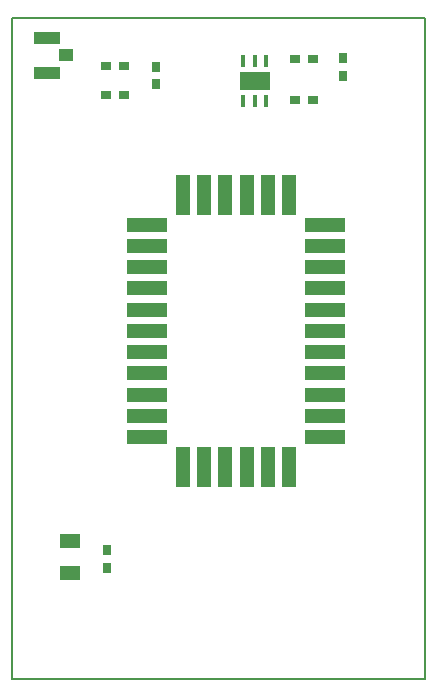
<source format=gbr>
G71*
G90*
G04 Quadcept GERBER*
%MOMM*%
%FSLAX44Y44*%
%ADD10C,0.2*%
%ADD11R,0.4X1*%
%ADD12R,0.4X1*%
%ADD13R,0.8X0.9*%
%ADD14R,0.9X0.8*%
%ADD15R,1.2X1*%
%ADD16R,1.2X3.5*%
%ADD17R,1.7X1.2*%
%ADD18R,2.2X1.05*%
%ADD19R,2.5X1.6*%
%ADD20R,3.5X1.2*%
G54D10*
G01X-175000Y0000D02*
G01X175000Y0000D01*
G01X175000Y0000D02*
G01X175000Y560000D01*
G01X175000Y560000D02*
G01X-175000Y560000D01*
G01X-175000Y560000D02*
G01X-175000Y0000D01*
G54D11*
X20700Y489950D03*
X40700Y489950D03*
X30700Y489950D03*
G54D12*
X20700Y523450D03*
X30700Y523450D03*
X40700Y523450D03*
G54D13*
X-53000Y518750D03*
X-53000Y503750D03*
X-94200Y109400D03*
X-94200Y94400D03*
X105400Y525600D03*
X105400Y510600D03*
G54D14*
X-94950Y495000D03*
X-79950Y495000D03*
X-80200Y519500D03*
X-95200Y519500D03*
X64900Y490700D03*
X79900Y490700D03*
X64900Y524700D03*
X79900Y524700D03*
G54D15*
X-128900Y528150D03*
G54D16*
X24000Y179900D03*
X6000Y179900D03*
X-12000Y179900D03*
X42000Y179900D03*
X-30000Y179900D03*
X42000Y409900D03*
X60000Y179900D03*
X-30000Y409900D03*
X-12000Y409900D03*
X6000Y409900D03*
X24000Y409900D03*
X60000Y409900D03*
G54D17*
X-125200Y116800D03*
X-125200Y89800D03*
G54D18*
X-144900Y513400D03*
X-144900Y542900D03*
G54D19*
X30700Y506700D03*
G54D20*
X90000Y366900D03*
X90000Y348900D03*
X90000Y330900D03*
X90000Y312900D03*
X90000Y258900D03*
X90000Y240900D03*
X-60000Y204900D03*
X-60000Y222900D03*
X-60000Y240900D03*
X-60000Y330900D03*
X-60000Y348900D03*
X-60000Y366900D03*
X90000Y294900D03*
X90000Y276900D03*
X90000Y222900D03*
X90000Y204900D03*
X-60000Y276900D03*
X-60000Y294900D03*
X-60000Y312900D03*
X90000Y384900D03*
X-60000Y258900D03*
X-60000Y384900D03*
M02*

</source>
